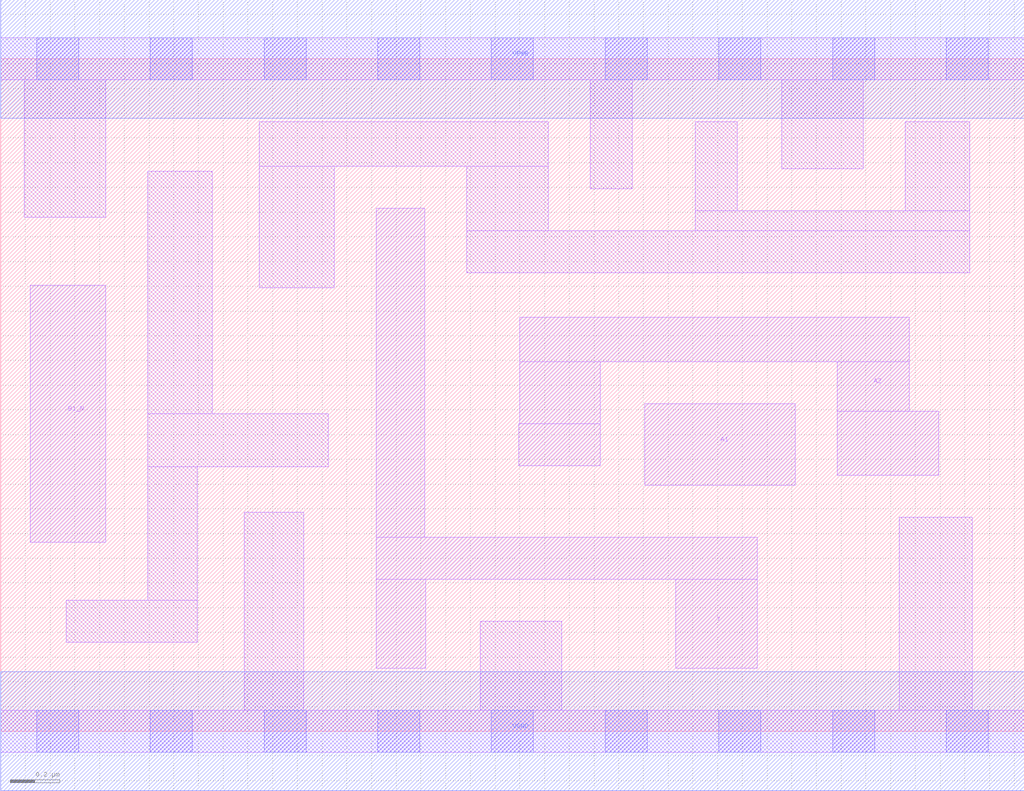
<source format=lef>
# Copyright 2020 The SkyWater PDK Authors
#
# Licensed under the Apache License, Version 2.0 (the "License");
# you may not use this file except in compliance with the License.
# You may obtain a copy of the License at
#
#     https://www.apache.org/licenses/LICENSE-2.0
#
# Unless required by applicable law or agreed to in writing, software
# distributed under the License is distributed on an "AS IS" BASIS,
# WITHOUT WARRANTIES OR CONDITIONS OF ANY KIND, either express or implied.
# See the License for the specific language governing permissions and
# limitations under the License.
#
# SPDX-License-Identifier: Apache-2.0

VERSION 5.7 ;
  NAMESCASESENSITIVE ON ;
  NOWIREEXTENSIONATPIN ON ;
  DIVIDERCHAR "/" ;
  BUSBITCHARS "[]" ;
UNITS
  DATABASE MICRONS 200 ;
END UNITS
MACRO sky130_fd_sc_hd__a21boi_2
  CLASS CORE ;
  FOREIGN sky130_fd_sc_hd__a21boi_2 ;
  ORIGIN  0.000000  0.000000 ;
  SIZE  4.140000 BY  2.720000 ;
  SYMMETRY X Y R90 ;
  SITE unithd ;
  PIN A1
    ANTENNAGATEAREA  0.495000 ;
    DIRECTION INPUT ;
    USE SIGNAL ;
    PORT
      LAYER li1 ;
        RECT 2.605000 0.995000 3.215000 1.325000 ;
    END
  END A1
  PIN A2
    ANTENNAGATEAREA  0.495000 ;
    DIRECTION INPUT ;
    USE SIGNAL ;
    PORT
      LAYER li1 ;
        RECT 2.095000 1.075000 2.425000 1.245000 ;
        RECT 2.100000 1.245000 2.425000 1.495000 ;
        RECT 2.100000 1.495000 3.675000 1.675000 ;
        RECT 3.385000 1.035000 3.795000 1.295000 ;
        RECT 3.385000 1.295000 3.675000 1.495000 ;
    END
  END A2
  PIN B1_N
    ANTENNAGATEAREA  0.126000 ;
    DIRECTION INPUT ;
    USE SIGNAL ;
    PORT
      LAYER li1 ;
        RECT 0.120000 0.765000 0.425000 1.805000 ;
    END
  END B1_N
  PIN Y
    ANTENNADIFFAREA  0.627500 ;
    DIRECTION OUTPUT ;
    USE SIGNAL ;
    PORT
      LAYER li1 ;
        RECT 1.520000 0.255000 1.720000 0.615000 ;
        RECT 1.520000 0.615000 3.060000 0.785000 ;
        RECT 1.520000 0.785000 1.715000 2.115000 ;
        RECT 2.730000 0.255000 3.060000 0.615000 ;
    END
  END Y
  PIN VGND
    DIRECTION INOUT ;
    SHAPE ABUTMENT ;
    USE GROUND ;
    PORT
      LAYER met1 ;
        RECT 0.000000 -0.240000 4.140000 0.240000 ;
    END
  END VGND
  PIN VPWR
    DIRECTION INOUT ;
    SHAPE ABUTMENT ;
    USE POWER ;
    PORT
      LAYER met1 ;
        RECT 0.000000 2.480000 4.140000 2.960000 ;
    END
  END VPWR
  OBS
    LAYER li1 ;
      RECT 0.000000 -0.085000 4.140000 0.085000 ;
      RECT 0.000000  2.635000 4.140000 2.805000 ;
      RECT 0.095000  2.080000 0.425000 2.635000 ;
      RECT 0.265000  0.360000 0.795000 0.530000 ;
      RECT 0.595000  0.530000 0.795000 1.070000 ;
      RECT 0.595000  1.070000 1.325000 1.285000 ;
      RECT 0.595000  1.285000 0.855000 2.265000 ;
      RECT 0.985000  0.085000 1.225000 0.885000 ;
      RECT 1.045000  1.795000 1.350000 2.285000 ;
      RECT 1.045000  2.285000 2.215000 2.465000 ;
      RECT 1.885000  1.855000 3.920000 2.025000 ;
      RECT 1.885000  2.025000 2.215000 2.285000 ;
      RECT 1.940000  0.085000 2.270000 0.445000 ;
      RECT 2.385000  2.195000 2.555000 2.635000 ;
      RECT 2.810000  2.025000 3.920000 2.105000 ;
      RECT 2.810000  2.105000 2.980000 2.465000 ;
      RECT 3.160000  2.275000 3.490000 2.635000 ;
      RECT 3.635000  0.085000 3.930000 0.865000 ;
      RECT 3.660000  2.105000 3.920000 2.465000 ;
    LAYER mcon ;
      RECT 0.145000 -0.085000 0.315000 0.085000 ;
      RECT 0.145000  2.635000 0.315000 2.805000 ;
      RECT 0.605000 -0.085000 0.775000 0.085000 ;
      RECT 0.605000  2.635000 0.775000 2.805000 ;
      RECT 1.065000 -0.085000 1.235000 0.085000 ;
      RECT 1.065000  2.635000 1.235000 2.805000 ;
      RECT 1.525000 -0.085000 1.695000 0.085000 ;
      RECT 1.525000  2.635000 1.695000 2.805000 ;
      RECT 1.985000 -0.085000 2.155000 0.085000 ;
      RECT 1.985000  2.635000 2.155000 2.805000 ;
      RECT 2.445000 -0.085000 2.615000 0.085000 ;
      RECT 2.445000  2.635000 2.615000 2.805000 ;
      RECT 2.905000 -0.085000 3.075000 0.085000 ;
      RECT 2.905000  2.635000 3.075000 2.805000 ;
      RECT 3.365000 -0.085000 3.535000 0.085000 ;
      RECT 3.365000  2.635000 3.535000 2.805000 ;
      RECT 3.825000 -0.085000 3.995000 0.085000 ;
      RECT 3.825000  2.635000 3.995000 2.805000 ;
  END
END sky130_fd_sc_hd__a21boi_2
END LIBRARY

</source>
